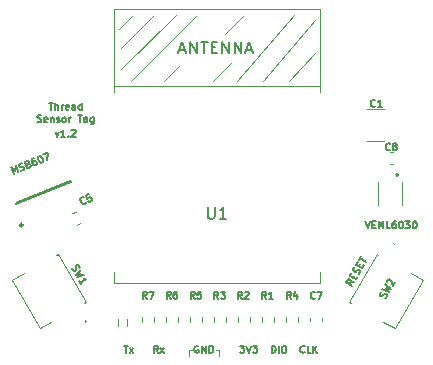
<source format=gbr>
G04 #@! TF.GenerationSoftware,KiCad,Pcbnew,(5.1.10)-1*
G04 #@! TF.CreationDate,2021-09-02T18:37:34+02:00*
G04 #@! TF.ProjectId,nrf52-sensor-tag,6e726635-322d-4736-956e-736f722d7461,rev?*
G04 #@! TF.SameCoordinates,Original*
G04 #@! TF.FileFunction,Legend,Top*
G04 #@! TF.FilePolarity,Positive*
%FSLAX46Y46*%
G04 Gerber Fmt 4.6, Leading zero omitted, Abs format (unit mm)*
G04 Created by KiCad (PCBNEW (5.1.10)-1) date 2021-09-02 18:37:34*
%MOMM*%
%LPD*%
G01*
G04 APERTURE LIST*
%ADD10C,0.120000*%
%ADD11C,0.150000*%
%ADD12C,0.100000*%
%ADD13C,0.254000*%
%ADD14C,0.200000*%
G04 APERTURE END LIST*
D10*
X119354600Y-77851000D02*
X119608600Y-77851000D01*
X119354600Y-78359000D02*
X119354600Y-77851000D01*
X121894600Y-77851000D02*
X121640600Y-77851000D01*
X121894600Y-78359000D02*
X121894600Y-77851000D01*
D11*
X134299600Y-66981428D02*
X134499600Y-67581428D01*
X134699600Y-66981428D01*
X134899600Y-67267142D02*
X135099600Y-67267142D01*
X135185314Y-67581428D02*
X134899600Y-67581428D01*
X134899600Y-66981428D01*
X135185314Y-66981428D01*
X135442457Y-67581428D02*
X135442457Y-66981428D01*
X135642457Y-67410000D01*
X135842457Y-66981428D01*
X135842457Y-67581428D01*
X136413885Y-67581428D02*
X136128171Y-67581428D01*
X136128171Y-66981428D01*
X136871028Y-66981428D02*
X136756742Y-66981428D01*
X136699600Y-67010000D01*
X136671028Y-67038571D01*
X136613885Y-67124285D01*
X136585314Y-67238571D01*
X136585314Y-67467142D01*
X136613885Y-67524285D01*
X136642457Y-67552857D01*
X136699600Y-67581428D01*
X136813885Y-67581428D01*
X136871028Y-67552857D01*
X136899600Y-67524285D01*
X136928171Y-67467142D01*
X136928171Y-67324285D01*
X136899600Y-67267142D01*
X136871028Y-67238571D01*
X136813885Y-67210000D01*
X136699600Y-67210000D01*
X136642457Y-67238571D01*
X136613885Y-67267142D01*
X136585314Y-67324285D01*
X137299600Y-66981428D02*
X137356742Y-66981428D01*
X137413885Y-67010000D01*
X137442457Y-67038571D01*
X137471028Y-67095714D01*
X137499600Y-67210000D01*
X137499600Y-67352857D01*
X137471028Y-67467142D01*
X137442457Y-67524285D01*
X137413885Y-67552857D01*
X137356742Y-67581428D01*
X137299600Y-67581428D01*
X137242457Y-67552857D01*
X137213885Y-67524285D01*
X137185314Y-67467142D01*
X137156742Y-67352857D01*
X137156742Y-67210000D01*
X137185314Y-67095714D01*
X137213885Y-67038571D01*
X137242457Y-67010000D01*
X137299600Y-66981428D01*
X137699600Y-66981428D02*
X138071028Y-66981428D01*
X137871028Y-67210000D01*
X137956742Y-67210000D01*
X138013885Y-67238571D01*
X138042457Y-67267142D01*
X138071028Y-67324285D01*
X138071028Y-67467142D01*
X138042457Y-67524285D01*
X138013885Y-67552857D01*
X137956742Y-67581428D01*
X137785314Y-67581428D01*
X137728171Y-67552857D01*
X137699600Y-67524285D01*
X138442457Y-66981428D02*
X138499600Y-66981428D01*
X138556742Y-67010000D01*
X138585314Y-67038571D01*
X138613885Y-67095714D01*
X138642457Y-67210000D01*
X138642457Y-67352857D01*
X138613885Y-67467142D01*
X138585314Y-67524285D01*
X138556742Y-67552857D01*
X138499600Y-67581428D01*
X138442457Y-67581428D01*
X138385314Y-67552857D01*
X138356742Y-67524285D01*
X138328171Y-67467142D01*
X138299600Y-67352857D01*
X138299600Y-67210000D01*
X138328171Y-67095714D01*
X138356742Y-67038571D01*
X138385314Y-67010000D01*
X138442457Y-66981428D01*
X113860314Y-77522428D02*
X114203171Y-77522428D01*
X114031742Y-78122428D02*
X114031742Y-77522428D01*
X114346028Y-78122428D02*
X114660314Y-77722428D01*
X114346028Y-77722428D02*
X114660314Y-78122428D01*
X116757457Y-78122428D02*
X116557457Y-77836714D01*
X116414600Y-78122428D02*
X116414600Y-77522428D01*
X116643171Y-77522428D01*
X116700314Y-77551000D01*
X116728885Y-77579571D01*
X116757457Y-77636714D01*
X116757457Y-77722428D01*
X116728885Y-77779571D01*
X116700314Y-77808142D01*
X116643171Y-77836714D01*
X116414600Y-77836714D01*
X116957457Y-78122428D02*
X117271742Y-77722428D01*
X116957457Y-77722428D02*
X117271742Y-78122428D01*
X120167457Y-77551000D02*
X120110314Y-77522428D01*
X120024600Y-77522428D01*
X119938885Y-77551000D01*
X119881742Y-77608142D01*
X119853171Y-77665285D01*
X119824600Y-77779571D01*
X119824600Y-77865285D01*
X119853171Y-77979571D01*
X119881742Y-78036714D01*
X119938885Y-78093857D01*
X120024600Y-78122428D01*
X120081742Y-78122428D01*
X120167457Y-78093857D01*
X120196028Y-78065285D01*
X120196028Y-77865285D01*
X120081742Y-77865285D01*
X120453171Y-78122428D02*
X120453171Y-77522428D01*
X120796028Y-78122428D01*
X120796028Y-77522428D01*
X121081742Y-78122428D02*
X121081742Y-77522428D01*
X121224600Y-77522428D01*
X121310314Y-77551000D01*
X121367457Y-77608142D01*
X121396028Y-77665285D01*
X121424600Y-77779571D01*
X121424600Y-77865285D01*
X121396028Y-77979571D01*
X121367457Y-78036714D01*
X121310314Y-78093857D01*
X121224600Y-78122428D01*
X121081742Y-78122428D01*
X123691742Y-77522428D02*
X124063171Y-77522428D01*
X123863171Y-77751000D01*
X123948885Y-77751000D01*
X124006028Y-77779571D01*
X124034600Y-77808142D01*
X124063171Y-77865285D01*
X124063171Y-78008142D01*
X124034600Y-78065285D01*
X124006028Y-78093857D01*
X123948885Y-78122428D01*
X123777457Y-78122428D01*
X123720314Y-78093857D01*
X123691742Y-78065285D01*
X124234600Y-77522428D02*
X124434600Y-78122428D01*
X124634600Y-77522428D01*
X124777457Y-77522428D02*
X125148885Y-77522428D01*
X124948885Y-77751000D01*
X125034600Y-77751000D01*
X125091742Y-77779571D01*
X125120314Y-77808142D01*
X125148885Y-77865285D01*
X125148885Y-78008142D01*
X125120314Y-78065285D01*
X125091742Y-78093857D01*
X125034600Y-78122428D01*
X124863171Y-78122428D01*
X124806028Y-78093857D01*
X124777457Y-78065285D01*
X126360314Y-78122428D02*
X126360314Y-77522428D01*
X126503171Y-77522428D01*
X126588885Y-77551000D01*
X126646028Y-77608142D01*
X126674600Y-77665285D01*
X126703171Y-77779571D01*
X126703171Y-77865285D01*
X126674600Y-77979571D01*
X126646028Y-78036714D01*
X126588885Y-78093857D01*
X126503171Y-78122428D01*
X126360314Y-78122428D01*
X126960314Y-78122428D02*
X126960314Y-77522428D01*
X127360314Y-77522428D02*
X127474600Y-77522428D01*
X127531742Y-77551000D01*
X127588885Y-77608142D01*
X127617457Y-77722428D01*
X127617457Y-77922428D01*
X127588885Y-78036714D01*
X127531742Y-78093857D01*
X127474600Y-78122428D01*
X127360314Y-78122428D01*
X127303171Y-78093857D01*
X127246028Y-78036714D01*
X127217457Y-77922428D01*
X127217457Y-77722428D01*
X127246028Y-77608142D01*
X127303171Y-77551000D01*
X127360314Y-77522428D01*
X129157457Y-78065285D02*
X129128885Y-78093857D01*
X129043171Y-78122428D01*
X128986028Y-78122428D01*
X128900314Y-78093857D01*
X128843171Y-78036714D01*
X128814600Y-77979571D01*
X128786028Y-77865285D01*
X128786028Y-77779571D01*
X128814600Y-77665285D01*
X128843171Y-77608142D01*
X128900314Y-77551000D01*
X128986028Y-77522428D01*
X129043171Y-77522428D01*
X129128885Y-77551000D01*
X129157457Y-77579571D01*
X129700314Y-78122428D02*
X129414600Y-78122428D01*
X129414600Y-77522428D01*
X129900314Y-78122428D02*
X129900314Y-77522428D01*
X130243171Y-78122428D02*
X129986028Y-77779571D01*
X130243171Y-77522428D02*
X129900314Y-77865285D01*
X108083457Y-59434428D02*
X108226314Y-59834428D01*
X108369171Y-59434428D01*
X108912028Y-59834428D02*
X108569171Y-59834428D01*
X108740600Y-59834428D02*
X108740600Y-59234428D01*
X108683457Y-59320142D01*
X108626314Y-59377285D01*
X108569171Y-59405857D01*
X109169171Y-59777285D02*
X109197742Y-59805857D01*
X109169171Y-59834428D01*
X109140600Y-59805857D01*
X109169171Y-59777285D01*
X109169171Y-59834428D01*
X109426314Y-59291571D02*
X109454885Y-59263000D01*
X109512028Y-59234428D01*
X109654885Y-59234428D01*
X109712028Y-59263000D01*
X109740600Y-59291571D01*
X109769171Y-59348714D01*
X109769171Y-59405857D01*
X109740600Y-59491571D01*
X109397742Y-59834428D01*
X109769171Y-59834428D01*
X107512028Y-56931428D02*
X107854885Y-56931428D01*
X107683457Y-57531428D02*
X107683457Y-56931428D01*
X108054885Y-57531428D02*
X108054885Y-56931428D01*
X108312028Y-57531428D02*
X108312028Y-57217142D01*
X108283457Y-57160000D01*
X108226314Y-57131428D01*
X108140600Y-57131428D01*
X108083457Y-57160000D01*
X108054885Y-57188571D01*
X108597742Y-57531428D02*
X108597742Y-57131428D01*
X108597742Y-57245714D02*
X108626314Y-57188571D01*
X108654885Y-57160000D01*
X108712028Y-57131428D01*
X108769171Y-57131428D01*
X109197742Y-57502857D02*
X109140600Y-57531428D01*
X109026314Y-57531428D01*
X108969171Y-57502857D01*
X108940600Y-57445714D01*
X108940600Y-57217142D01*
X108969171Y-57160000D01*
X109026314Y-57131428D01*
X109140600Y-57131428D01*
X109197742Y-57160000D01*
X109226314Y-57217142D01*
X109226314Y-57274285D01*
X108940600Y-57331428D01*
X109740600Y-57531428D02*
X109740600Y-57217142D01*
X109712028Y-57160000D01*
X109654885Y-57131428D01*
X109540600Y-57131428D01*
X109483457Y-57160000D01*
X109740600Y-57502857D02*
X109683457Y-57531428D01*
X109540600Y-57531428D01*
X109483457Y-57502857D01*
X109454885Y-57445714D01*
X109454885Y-57388571D01*
X109483457Y-57331428D01*
X109540600Y-57302857D01*
X109683457Y-57302857D01*
X109740600Y-57274285D01*
X110283457Y-57531428D02*
X110283457Y-56931428D01*
X110283457Y-57502857D02*
X110226314Y-57531428D01*
X110112028Y-57531428D01*
X110054885Y-57502857D01*
X110026314Y-57474285D01*
X109997742Y-57417142D01*
X109997742Y-57245714D01*
X110026314Y-57188571D01*
X110054885Y-57160000D01*
X110112028Y-57131428D01*
X110226314Y-57131428D01*
X110283457Y-57160000D01*
X106540600Y-58552857D02*
X106626314Y-58581428D01*
X106769171Y-58581428D01*
X106826314Y-58552857D01*
X106854885Y-58524285D01*
X106883457Y-58467142D01*
X106883457Y-58410000D01*
X106854885Y-58352857D01*
X106826314Y-58324285D01*
X106769171Y-58295714D01*
X106654885Y-58267142D01*
X106597742Y-58238571D01*
X106569171Y-58210000D01*
X106540600Y-58152857D01*
X106540600Y-58095714D01*
X106569171Y-58038571D01*
X106597742Y-58010000D01*
X106654885Y-57981428D01*
X106797742Y-57981428D01*
X106883457Y-58010000D01*
X107369171Y-58552857D02*
X107312028Y-58581428D01*
X107197742Y-58581428D01*
X107140600Y-58552857D01*
X107112028Y-58495714D01*
X107112028Y-58267142D01*
X107140600Y-58210000D01*
X107197742Y-58181428D01*
X107312028Y-58181428D01*
X107369171Y-58210000D01*
X107397742Y-58267142D01*
X107397742Y-58324285D01*
X107112028Y-58381428D01*
X107654885Y-58181428D02*
X107654885Y-58581428D01*
X107654885Y-58238571D02*
X107683457Y-58210000D01*
X107740600Y-58181428D01*
X107826314Y-58181428D01*
X107883457Y-58210000D01*
X107912028Y-58267142D01*
X107912028Y-58581428D01*
X108169171Y-58552857D02*
X108226314Y-58581428D01*
X108340600Y-58581428D01*
X108397742Y-58552857D01*
X108426314Y-58495714D01*
X108426314Y-58467142D01*
X108397742Y-58410000D01*
X108340600Y-58381428D01*
X108254885Y-58381428D01*
X108197742Y-58352857D01*
X108169171Y-58295714D01*
X108169171Y-58267142D01*
X108197742Y-58210000D01*
X108254885Y-58181428D01*
X108340600Y-58181428D01*
X108397742Y-58210000D01*
X108769171Y-58581428D02*
X108712028Y-58552857D01*
X108683457Y-58524285D01*
X108654885Y-58467142D01*
X108654885Y-58295714D01*
X108683457Y-58238571D01*
X108712028Y-58210000D01*
X108769171Y-58181428D01*
X108854885Y-58181428D01*
X108912028Y-58210000D01*
X108940600Y-58238571D01*
X108969171Y-58295714D01*
X108969171Y-58467142D01*
X108940600Y-58524285D01*
X108912028Y-58552857D01*
X108854885Y-58581428D01*
X108769171Y-58581428D01*
X109226314Y-58581428D02*
X109226314Y-58181428D01*
X109226314Y-58295714D02*
X109254885Y-58238571D01*
X109283457Y-58210000D01*
X109340600Y-58181428D01*
X109397742Y-58181428D01*
X109969171Y-57981428D02*
X110312028Y-57981428D01*
X110140600Y-58581428D02*
X110140600Y-57981428D01*
X110769171Y-58581428D02*
X110769171Y-58267142D01*
X110740600Y-58210000D01*
X110683457Y-58181428D01*
X110569171Y-58181428D01*
X110512028Y-58210000D01*
X110769171Y-58552857D02*
X110712028Y-58581428D01*
X110569171Y-58581428D01*
X110512028Y-58552857D01*
X110483457Y-58495714D01*
X110483457Y-58438571D01*
X110512028Y-58381428D01*
X110569171Y-58352857D01*
X110712028Y-58352857D01*
X110769171Y-58324285D01*
X111312028Y-58181428D02*
X111312028Y-58667142D01*
X111283457Y-58724285D01*
X111254885Y-58752857D01*
X111197742Y-58781428D01*
X111112028Y-58781428D01*
X111054885Y-58752857D01*
X111312028Y-58552857D02*
X111254885Y-58581428D01*
X111140600Y-58581428D01*
X111083457Y-58552857D01*
X111054885Y-58524285D01*
X111026314Y-58467142D01*
X111026314Y-58295714D01*
X111054885Y-58238571D01*
X111083457Y-58210000D01*
X111140600Y-58181428D01*
X111254885Y-58181428D01*
X111312028Y-58210000D01*
X109473279Y-70929608D02*
X109491393Y-71018124D01*
X109562821Y-71141842D01*
X109616136Y-71177044D01*
X109655165Y-71187501D01*
X109718938Y-71183674D01*
X109768426Y-71155102D01*
X109803627Y-71101787D01*
X109814085Y-71062758D01*
X109810257Y-70998985D01*
X109777858Y-70885725D01*
X109774030Y-70821952D01*
X109784488Y-70782923D01*
X109819689Y-70729608D01*
X109869176Y-70701036D01*
X109932949Y-70697208D01*
X109971979Y-70707666D01*
X110025294Y-70742868D01*
X110096722Y-70866586D01*
X110114836Y-70955102D01*
X110239579Y-71114022D02*
X109791393Y-71537739D01*
X110219689Y-71422428D01*
X109905678Y-71735688D01*
X110496722Y-71559406D01*
X110248535Y-72329534D02*
X110077107Y-72032611D01*
X110162821Y-72181073D02*
X110682436Y-71881073D01*
X110579634Y-71874443D01*
X110501576Y-71853527D01*
X110448261Y-71818325D01*
X133377949Y-72137393D02*
X133030513Y-72167741D01*
X133206521Y-72434316D02*
X132686905Y-72134316D01*
X132801191Y-71936367D01*
X132854506Y-71901166D01*
X132893535Y-71890708D01*
X132957308Y-71894536D01*
X133031539Y-71937393D01*
X133066741Y-71990708D01*
X133077198Y-72029737D01*
X133073371Y-72093510D01*
X132959085Y-72291459D01*
X133234341Y-71757558D02*
X133334341Y-71584353D01*
X133649378Y-71667265D02*
X133506521Y-71914701D01*
X132986905Y-71614701D01*
X133129763Y-71367265D01*
X133738920Y-71455031D02*
X133806521Y-71395086D01*
X133877949Y-71271368D01*
X133881777Y-71207595D01*
X133871319Y-71168565D01*
X133836118Y-71115250D01*
X133786631Y-71086679D01*
X133722858Y-71082851D01*
X133683828Y-71093309D01*
X133630513Y-71128511D01*
X133548627Y-71213199D01*
X133495312Y-71248401D01*
X133456283Y-71258858D01*
X133392510Y-71255031D01*
X133343023Y-71226459D01*
X133307821Y-71173144D01*
X133297363Y-71134115D01*
X133301191Y-71070342D01*
X133372620Y-70946624D01*
X133440220Y-70886679D01*
X133791484Y-70792558D02*
X133891484Y-70619353D01*
X134206521Y-70702265D02*
X134063664Y-70949701D01*
X133544048Y-70649701D01*
X133686905Y-70402265D01*
X133772620Y-70253804D02*
X133944048Y-69956881D01*
X134377949Y-70405342D02*
X133858334Y-70105342D01*
X104547793Y-62964737D02*
X104323029Y-62408427D01*
X104669012Y-62730870D01*
X104693903Y-62258584D01*
X104918667Y-62814895D01*
X105146382Y-62692076D02*
X105236558Y-62686458D01*
X105369013Y-62632943D01*
X105411292Y-62585046D01*
X105427080Y-62547852D01*
X105432165Y-62484167D01*
X105410759Y-62431185D01*
X105362862Y-62388906D01*
X105325668Y-62373118D01*
X105261983Y-62368033D01*
X105145316Y-62384354D01*
X105081631Y-62379270D01*
X105044437Y-62363482D01*
X104996540Y-62321203D01*
X104975134Y-62268221D01*
X104980219Y-62204536D01*
X104996007Y-62167342D01*
X105038285Y-62119445D01*
X105170740Y-62065930D01*
X105260916Y-62060311D01*
X105664432Y-62143803D02*
X105600747Y-62138718D01*
X105563553Y-62122930D01*
X105515656Y-62080651D01*
X105504953Y-62054160D01*
X105510038Y-61990475D01*
X105525826Y-61953281D01*
X105568105Y-61905384D01*
X105674069Y-61862572D01*
X105737754Y-61867657D01*
X105774948Y-61883444D01*
X105822845Y-61925723D01*
X105833548Y-61952214D01*
X105828463Y-62015899D01*
X105812675Y-62053093D01*
X105770396Y-62100990D01*
X105664432Y-62143803D01*
X105622153Y-62191700D01*
X105606365Y-62228894D01*
X105601281Y-62292579D01*
X105644093Y-62398542D01*
X105691990Y-62440821D01*
X105729184Y-62456609D01*
X105792869Y-62461694D01*
X105898833Y-62418882D01*
X105941112Y-62370985D01*
X105956899Y-62333791D01*
X105961984Y-62270106D01*
X105919172Y-62164142D01*
X105871275Y-62121863D01*
X105834081Y-62106075D01*
X105770396Y-62100990D01*
X106256870Y-61627105D02*
X106150906Y-61669917D01*
X106108627Y-61717814D01*
X106092839Y-61755008D01*
X106071966Y-61855887D01*
X106088288Y-61972554D01*
X106173912Y-62184482D01*
X106221809Y-62226760D01*
X106259003Y-62242548D01*
X106322688Y-62247633D01*
X106428652Y-62204821D01*
X106470931Y-62156924D01*
X106486719Y-62119730D01*
X106491804Y-62056045D01*
X106438288Y-61923590D01*
X106390391Y-61881311D01*
X106353197Y-61865523D01*
X106289512Y-61860438D01*
X106183549Y-61903251D01*
X106141270Y-61951148D01*
X106125482Y-61988342D01*
X106120397Y-62052027D01*
X106654234Y-61466559D02*
X106707216Y-61445153D01*
X106770901Y-61450238D01*
X106808095Y-61466026D01*
X106855992Y-61508305D01*
X106925296Y-61603565D01*
X106978811Y-61736020D01*
X106995132Y-61852687D01*
X106990047Y-61916372D01*
X106974259Y-61953566D01*
X106931980Y-62001463D01*
X106878998Y-62022869D01*
X106815313Y-62017784D01*
X106778119Y-62001996D01*
X106730222Y-61959718D01*
X106660919Y-61864457D01*
X106607404Y-61732002D01*
X106591083Y-61615335D01*
X106596168Y-61551650D01*
X106611956Y-61514456D01*
X106654234Y-61466559D01*
X107025108Y-61316716D02*
X107395982Y-61166874D01*
X107382327Y-61819511D01*
D10*
X134454848Y-57504500D02*
X135877352Y-57504500D01*
X134454848Y-60224500D02*
X135877352Y-60224500D01*
X116417500Y-75073742D02*
X116417500Y-75548258D01*
X115372500Y-75073742D02*
X115372500Y-75548258D01*
X118450500Y-75073742D02*
X118450500Y-75548258D01*
X117405500Y-75073742D02*
X117405500Y-75548258D01*
X119437500Y-75548258D02*
X119437500Y-75073742D01*
X120482500Y-75548258D02*
X120482500Y-75073742D01*
D12*
X114167000Y-75865000D02*
X114167000Y-75265000D01*
X113367000Y-75865000D02*
X113367000Y-75265000D01*
D10*
X127840000Y-55115000D02*
X130040000Y-52715000D01*
X125640000Y-55115000D02*
X130040000Y-49915000D01*
X123440000Y-55115000D02*
X128240000Y-49515000D01*
X121440000Y-55115000D02*
X123040000Y-53515000D01*
X122440000Y-51115000D02*
X124040000Y-49515000D01*
X117240000Y-55115000D02*
X118640000Y-53715000D01*
X114440000Y-55115000D02*
X120040000Y-49515000D01*
X113440000Y-50715000D02*
X114640000Y-49515000D01*
X113640000Y-52315000D02*
X116440000Y-49515000D01*
X113640000Y-54115000D02*
X118240000Y-49515000D01*
X130440000Y-55515000D02*
X113040000Y-55515000D01*
X113040000Y-56015000D02*
X113040000Y-49015000D01*
X130440000Y-56015000D02*
X130440000Y-49015000D01*
X130440000Y-72215000D02*
X130440000Y-71315000D01*
X113040000Y-71315000D02*
X113040000Y-72215000D01*
X113040000Y-49015000D02*
X130440000Y-49015000D01*
X113040000Y-72215000D02*
X130440000Y-72215000D01*
D13*
X105313632Y-67314638D02*
G75*
G03*
X105313632Y-67314638I-125000J0D01*
G01*
D14*
X109382055Y-63679022D02*
X104746136Y-65552055D01*
X109325864Y-63539945D02*
X109382055Y-63679022D01*
X104689945Y-65412978D02*
X109325864Y-63539945D01*
X104746136Y-65552055D02*
X104689945Y-65412978D01*
X137023000Y-62943000D02*
X137023000Y-62943000D01*
X137023000Y-63143000D02*
X137023000Y-63143000D01*
D12*
X135373000Y-63643000D02*
X135373000Y-65643000D01*
X137373000Y-63643000D02*
X137373000Y-65643000D01*
D14*
X137023000Y-63143000D02*
G75*
G02*
X137023000Y-62943000I0J100000D01*
G01*
X137023000Y-62943000D02*
G75*
G02*
X137023000Y-63143000I0J-100000D01*
G01*
D10*
X136359420Y-61085000D02*
X136640580Y-61085000D01*
X136359420Y-62105000D02*
X136640580Y-62105000D01*
X109508607Y-66318298D02*
X109769294Y-66212974D01*
X109890706Y-67264026D02*
X110151393Y-67158702D01*
X127568500Y-75535558D02*
X127568500Y-75061042D01*
X128613500Y-75535558D02*
X128613500Y-75061042D01*
X121470500Y-75073742D02*
X121470500Y-75548258D01*
X122515500Y-75073742D02*
X122515500Y-75548258D01*
X123503500Y-75548258D02*
X123503500Y-75073742D01*
X124548500Y-75548258D02*
X124548500Y-75073742D01*
X125535500Y-75548258D02*
X125535500Y-75073742D01*
X126580500Y-75548258D02*
X126580500Y-75073742D01*
D12*
X110604423Y-75484897D02*
X110604423Y-75484897D01*
X110691025Y-75434897D02*
X110691025Y-75434897D01*
X106718430Y-76054160D02*
X107714359Y-75479160D01*
X104368430Y-71983840D02*
X106718430Y-76054160D01*
X105364359Y-71408840D02*
X104368430Y-71983840D01*
X110615544Y-73804160D02*
X110485641Y-73879160D01*
X108265544Y-69733840D02*
X110615544Y-73804160D01*
X108135641Y-69808840D02*
X108265544Y-69733840D01*
X110691025Y-75434897D02*
G75*
G02*
X110604423Y-75484897I-43301J-25000D01*
G01*
X110604423Y-75484897D02*
G75*
G02*
X110691025Y-75434897I43301J25000D01*
G01*
X136731577Y-68903103D02*
X136731577Y-68903103D01*
X136644975Y-68853103D02*
X136644975Y-68853103D01*
X139167570Y-71983840D02*
X138171641Y-71408840D01*
X136817570Y-76054160D02*
X139167570Y-71983840D01*
X135821641Y-75479160D02*
X136817570Y-76054160D01*
X135270456Y-69733840D02*
X135400359Y-69808840D01*
X132920456Y-73804160D02*
X135270456Y-69733840D01*
X133050359Y-73879160D02*
X132920456Y-73804160D01*
X136644975Y-68853103D02*
G75*
G02*
X136731577Y-68903103I43301J-25000D01*
G01*
X136731577Y-68903103D02*
G75*
G02*
X136644975Y-68853103I-43301J25000D01*
G01*
D10*
X130634000Y-75157720D02*
X130634000Y-75438880D01*
X129614000Y-75157720D02*
X129614000Y-75438880D01*
D11*
X135129600Y-57237285D02*
X135101028Y-57265857D01*
X135015314Y-57294428D01*
X134958171Y-57294428D01*
X134872457Y-57265857D01*
X134815314Y-57208714D01*
X134786742Y-57151571D01*
X134758171Y-57037285D01*
X134758171Y-56951571D01*
X134786742Y-56837285D01*
X134815314Y-56780142D01*
X134872457Y-56723000D01*
X134958171Y-56694428D01*
X135015314Y-56694428D01*
X135101028Y-56723000D01*
X135129600Y-56751571D01*
X135701028Y-57294428D02*
X135358171Y-57294428D01*
X135529600Y-57294428D02*
X135529600Y-56694428D01*
X135472457Y-56780142D01*
X135415314Y-56837285D01*
X135358171Y-56865857D01*
X115795000Y-73550428D02*
X115595000Y-73264714D01*
X115452142Y-73550428D02*
X115452142Y-72950428D01*
X115680714Y-72950428D01*
X115737857Y-72979000D01*
X115766428Y-73007571D01*
X115795000Y-73064714D01*
X115795000Y-73150428D01*
X115766428Y-73207571D01*
X115737857Y-73236142D01*
X115680714Y-73264714D01*
X115452142Y-73264714D01*
X115995000Y-72950428D02*
X116395000Y-72950428D01*
X116137857Y-73550428D01*
X117828000Y-73550428D02*
X117628000Y-73264714D01*
X117485142Y-73550428D02*
X117485142Y-72950428D01*
X117713714Y-72950428D01*
X117770857Y-72979000D01*
X117799428Y-73007571D01*
X117828000Y-73064714D01*
X117828000Y-73150428D01*
X117799428Y-73207571D01*
X117770857Y-73236142D01*
X117713714Y-73264714D01*
X117485142Y-73264714D01*
X118342285Y-72950428D02*
X118228000Y-72950428D01*
X118170857Y-72979000D01*
X118142285Y-73007571D01*
X118085142Y-73093285D01*
X118056571Y-73207571D01*
X118056571Y-73436142D01*
X118085142Y-73493285D01*
X118113714Y-73521857D01*
X118170857Y-73550428D01*
X118285142Y-73550428D01*
X118342285Y-73521857D01*
X118370857Y-73493285D01*
X118399428Y-73436142D01*
X118399428Y-73293285D01*
X118370857Y-73236142D01*
X118342285Y-73207571D01*
X118285142Y-73179000D01*
X118170857Y-73179000D01*
X118113714Y-73207571D01*
X118085142Y-73236142D01*
X118056571Y-73293285D01*
X119860000Y-73550428D02*
X119660000Y-73264714D01*
X119517142Y-73550428D02*
X119517142Y-72950428D01*
X119745714Y-72950428D01*
X119802857Y-72979000D01*
X119831428Y-73007571D01*
X119860000Y-73064714D01*
X119860000Y-73150428D01*
X119831428Y-73207571D01*
X119802857Y-73236142D01*
X119745714Y-73264714D01*
X119517142Y-73264714D01*
X120402857Y-72950428D02*
X120117142Y-72950428D01*
X120088571Y-73236142D01*
X120117142Y-73207571D01*
X120174285Y-73179000D01*
X120317142Y-73179000D01*
X120374285Y-73207571D01*
X120402857Y-73236142D01*
X120431428Y-73293285D01*
X120431428Y-73436142D01*
X120402857Y-73493285D01*
X120374285Y-73521857D01*
X120317142Y-73550428D01*
X120174285Y-73550428D01*
X120117142Y-73521857D01*
X120088571Y-73493285D01*
X120978095Y-65767380D02*
X120978095Y-66576904D01*
X121025714Y-66672142D01*
X121073333Y-66719761D01*
X121168571Y-66767380D01*
X121359047Y-66767380D01*
X121454285Y-66719761D01*
X121501904Y-66672142D01*
X121549523Y-66576904D01*
X121549523Y-65767380D01*
X122549523Y-66767380D02*
X121978095Y-66767380D01*
X122263809Y-66767380D02*
X122263809Y-65767380D01*
X122168571Y-65910238D01*
X122073333Y-66005476D01*
X121978095Y-66053095D01*
X118568571Y-52481666D02*
X119044761Y-52481666D01*
X118473333Y-52767380D02*
X118806666Y-51767380D01*
X119140000Y-52767380D01*
X119473333Y-52767380D02*
X119473333Y-51767380D01*
X120044761Y-52767380D01*
X120044761Y-51767380D01*
X120378095Y-51767380D02*
X120949523Y-51767380D01*
X120663809Y-52767380D02*
X120663809Y-51767380D01*
X121282857Y-52243571D02*
X121616190Y-52243571D01*
X121759047Y-52767380D02*
X121282857Y-52767380D01*
X121282857Y-51767380D01*
X121759047Y-51767380D01*
X122187619Y-52767380D02*
X122187619Y-51767380D01*
X122759047Y-52767380D01*
X122759047Y-51767380D01*
X123235238Y-52767380D02*
X123235238Y-51767380D01*
X123806666Y-52767380D01*
X123806666Y-51767380D01*
X124235238Y-52481666D02*
X124711428Y-52481666D01*
X124140000Y-52767380D02*
X124473333Y-51767380D01*
X124806666Y-52767380D01*
X136399600Y-60920285D02*
X136371028Y-60948857D01*
X136285314Y-60977428D01*
X136228171Y-60977428D01*
X136142457Y-60948857D01*
X136085314Y-60891714D01*
X136056742Y-60834571D01*
X136028171Y-60720285D01*
X136028171Y-60634571D01*
X136056742Y-60520285D01*
X136085314Y-60463142D01*
X136142457Y-60406000D01*
X136228171Y-60377428D01*
X136285314Y-60377428D01*
X136371028Y-60406000D01*
X136399600Y-60434571D01*
X136742457Y-60634571D02*
X136685314Y-60606000D01*
X136656742Y-60577428D01*
X136628171Y-60520285D01*
X136628171Y-60491714D01*
X136656742Y-60434571D01*
X136685314Y-60406000D01*
X136742457Y-60377428D01*
X136856742Y-60377428D01*
X136913885Y-60406000D01*
X136942457Y-60434571D01*
X136971028Y-60491714D01*
X136971028Y-60520285D01*
X136942457Y-60577428D01*
X136913885Y-60606000D01*
X136856742Y-60634571D01*
X136742457Y-60634571D01*
X136685314Y-60663142D01*
X136656742Y-60691714D01*
X136628171Y-60748857D01*
X136628171Y-60863142D01*
X136656742Y-60920285D01*
X136685314Y-60948857D01*
X136742457Y-60977428D01*
X136856742Y-60977428D01*
X136913885Y-60948857D01*
X136942457Y-60920285D01*
X136971028Y-60863142D01*
X136971028Y-60748857D01*
X136942457Y-60691714D01*
X136913885Y-60663142D01*
X136856742Y-60634571D01*
X110642654Y-65387143D02*
X110626866Y-65424337D01*
X110558096Y-65482938D01*
X110505114Y-65504344D01*
X110414938Y-65509962D01*
X110340550Y-65478386D01*
X110292653Y-65436107D01*
X110223350Y-65340846D01*
X110191241Y-65261373D01*
X110174920Y-65144706D01*
X110180005Y-65081021D01*
X110211580Y-65006633D01*
X110280350Y-64948033D01*
X110333332Y-64926627D01*
X110423508Y-64921009D01*
X110460702Y-64936797D01*
X110942624Y-64680457D02*
X110677715Y-64787488D01*
X110758254Y-65063100D01*
X110774042Y-65025906D01*
X110816321Y-64978009D01*
X110948776Y-64924494D01*
X111012461Y-64929579D01*
X111049655Y-64945367D01*
X111097552Y-64987646D01*
X111151067Y-65120101D01*
X111145982Y-65183786D01*
X111130194Y-65220980D01*
X111087916Y-65268877D01*
X110955461Y-65322392D01*
X110891776Y-65317307D01*
X110854582Y-65301519D01*
X128016400Y-73550428D02*
X127816400Y-73264714D01*
X127673542Y-73550428D02*
X127673542Y-72950428D01*
X127902114Y-72950428D01*
X127959257Y-72979000D01*
X127987828Y-73007571D01*
X128016400Y-73064714D01*
X128016400Y-73150428D01*
X127987828Y-73207571D01*
X127959257Y-73236142D01*
X127902114Y-73264714D01*
X127673542Y-73264714D01*
X128530685Y-73150428D02*
X128530685Y-73550428D01*
X128387828Y-72921857D02*
X128244971Y-73350428D01*
X128616400Y-73350428D01*
X121858100Y-73550428D02*
X121658100Y-73264714D01*
X121515242Y-73550428D02*
X121515242Y-72950428D01*
X121743814Y-72950428D01*
X121800957Y-72979000D01*
X121829528Y-73007571D01*
X121858100Y-73064714D01*
X121858100Y-73150428D01*
X121829528Y-73207571D01*
X121800957Y-73236142D01*
X121743814Y-73264714D01*
X121515242Y-73264714D01*
X122058100Y-72950428D02*
X122429528Y-72950428D01*
X122229528Y-73179000D01*
X122315242Y-73179000D01*
X122372385Y-73207571D01*
X122400957Y-73236142D01*
X122429528Y-73293285D01*
X122429528Y-73436142D01*
X122400957Y-73493285D01*
X122372385Y-73521857D01*
X122315242Y-73550428D01*
X122143814Y-73550428D01*
X122086671Y-73521857D01*
X122058100Y-73493285D01*
X123849800Y-73550428D02*
X123649800Y-73264714D01*
X123506942Y-73550428D02*
X123506942Y-72950428D01*
X123735514Y-72950428D01*
X123792657Y-72979000D01*
X123821228Y-73007571D01*
X123849800Y-73064714D01*
X123849800Y-73150428D01*
X123821228Y-73207571D01*
X123792657Y-73236142D01*
X123735514Y-73264714D01*
X123506942Y-73264714D01*
X124078371Y-73007571D02*
X124106942Y-72979000D01*
X124164085Y-72950428D01*
X124306942Y-72950428D01*
X124364085Y-72979000D01*
X124392657Y-73007571D01*
X124421228Y-73064714D01*
X124421228Y-73121857D01*
X124392657Y-73207571D01*
X124049800Y-73550428D01*
X124421228Y-73550428D01*
X125932600Y-73550428D02*
X125732600Y-73264714D01*
X125589742Y-73550428D02*
X125589742Y-72950428D01*
X125818314Y-72950428D01*
X125875457Y-72979000D01*
X125904028Y-73007571D01*
X125932600Y-73064714D01*
X125932600Y-73150428D01*
X125904028Y-73207571D01*
X125875457Y-73236142D01*
X125818314Y-73264714D01*
X125589742Y-73264714D01*
X126504028Y-73550428D02*
X126161171Y-73550428D01*
X126332600Y-73550428D02*
X126332600Y-72950428D01*
X126275457Y-73036142D01*
X126218314Y-73093285D01*
X126161171Y-73121857D01*
X135966833Y-73513392D02*
X136034434Y-73453447D01*
X136105862Y-73329729D01*
X136109690Y-73265957D01*
X136099232Y-73226927D01*
X136064031Y-73173612D01*
X136014544Y-73145041D01*
X135950771Y-73141213D01*
X135911741Y-73151671D01*
X135858426Y-73186872D01*
X135776540Y-73271561D01*
X135723225Y-73306762D01*
X135684196Y-73317220D01*
X135620423Y-73313392D01*
X135570936Y-73284821D01*
X135535734Y-73231506D01*
X135525276Y-73192477D01*
X135529104Y-73128704D01*
X135600533Y-73004986D01*
X135668133Y-72945041D01*
X135743390Y-72757550D02*
X136334434Y-72933832D01*
X136020423Y-72620572D01*
X136448719Y-72735883D01*
X136000533Y-72312166D01*
X136150020Y-72167532D02*
X136139562Y-72128503D01*
X136143390Y-72064730D01*
X136214818Y-71941012D01*
X136268133Y-71905810D01*
X136307163Y-71895352D01*
X136370936Y-71899180D01*
X136420423Y-71927752D01*
X136480368Y-71995352D01*
X136605862Y-72463704D01*
X136791577Y-72142037D01*
X130049400Y-73493285D02*
X130020828Y-73521857D01*
X129935114Y-73550428D01*
X129877971Y-73550428D01*
X129792257Y-73521857D01*
X129735114Y-73464714D01*
X129706542Y-73407571D01*
X129677971Y-73293285D01*
X129677971Y-73207571D01*
X129706542Y-73093285D01*
X129735114Y-73036142D01*
X129792257Y-72979000D01*
X129877971Y-72950428D01*
X129935114Y-72950428D01*
X130020828Y-72979000D01*
X130049400Y-73007571D01*
X130249400Y-72950428D02*
X130649400Y-72950428D01*
X130392257Y-73550428D01*
M02*

</source>
